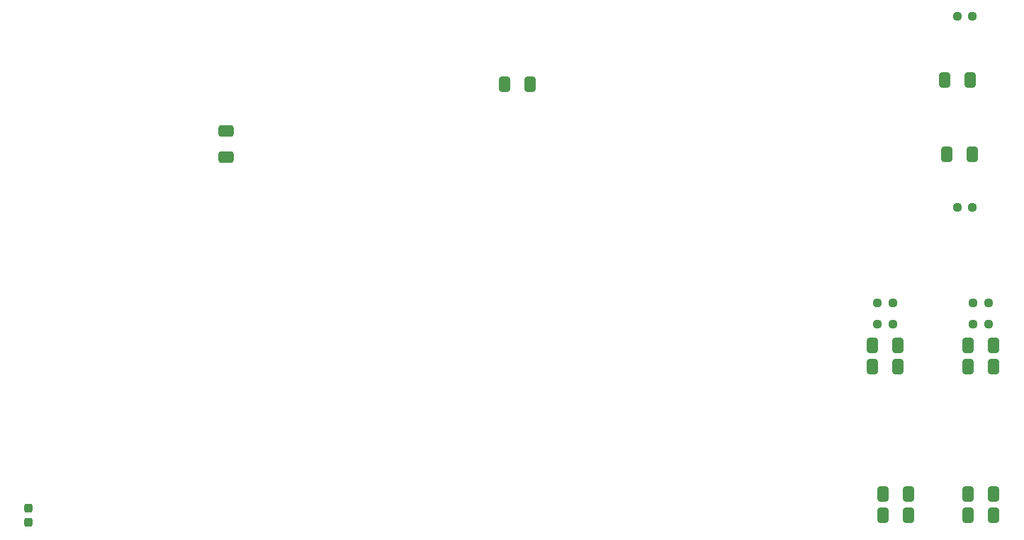
<source format=gbp>
%TF.GenerationSoftware,KiCad,Pcbnew,7.0.7*%
%TF.CreationDate,2023-10-09T15:43:46-04:00*%
%TF.ProjectId,dmxaudio,646d7861-7564-4696-9f2e-6b696361645f,rev?*%
%TF.SameCoordinates,Original*%
%TF.FileFunction,Paste,Bot*%
%TF.FilePolarity,Positive*%
%FSLAX46Y46*%
G04 Gerber Fmt 4.6, Leading zero omitted, Abs format (unit mm)*
G04 Created by KiCad (PCBNEW 7.0.7) date 2023-10-09 15:43:46*
%MOMM*%
%LPD*%
G01*
G04 APERTURE LIST*
G04 Aperture macros list*
%AMRoundRect*
0 Rectangle with rounded corners*
0 $1 Rounding radius*
0 $2 $3 $4 $5 $6 $7 $8 $9 X,Y pos of 4 corners*
0 Add a 4 corners polygon primitive as box body*
4,1,4,$2,$3,$4,$5,$6,$7,$8,$9,$2,$3,0*
0 Add four circle primitives for the rounded corners*
1,1,$1+$1,$2,$3*
1,1,$1+$1,$4,$5*
1,1,$1+$1,$6,$7*
1,1,$1+$1,$8,$9*
0 Add four rect primitives between the rounded corners*
20,1,$1+$1,$2,$3,$4,$5,0*
20,1,$1+$1,$4,$5,$6,$7,0*
20,1,$1+$1,$6,$7,$8,$9,0*
20,1,$1+$1,$8,$9,$2,$3,0*%
G04 Aperture macros list end*
%ADD10RoundRect,0.250000X-0.412500X-0.650000X0.412500X-0.650000X0.412500X0.650000X-0.412500X0.650000X0*%
%ADD11RoundRect,0.237500X0.250000X0.237500X-0.250000X0.237500X-0.250000X-0.237500X0.250000X-0.237500X0*%
%ADD12RoundRect,0.237500X-0.250000X-0.237500X0.250000X-0.237500X0.250000X0.237500X-0.250000X0.237500X0*%
%ADD13RoundRect,0.237500X0.237500X-0.300000X0.237500X0.300000X-0.237500X0.300000X-0.237500X-0.300000X0*%
%ADD14RoundRect,0.250000X0.412500X0.650000X-0.412500X0.650000X-0.412500X-0.650000X0.412500X-0.650000X0*%
%ADD15RoundRect,0.250000X0.650000X-0.412500X0.650000X0.412500X-0.650000X0.412500X-0.650000X-0.412500X0*%
G04 APERTURE END LIST*
D10*
%TO.C,C6*%
X200367500Y-130810000D03*
X203492500Y-130810000D03*
%TD*%
%TO.C,C14*%
X144995500Y-79248000D03*
X148120500Y-79248000D03*
%TD*%
%TO.C,C3*%
X190207500Y-130810000D03*
X193332500Y-130810000D03*
%TD*%
D11*
%TO.C,R3*%
X191412500Y-107950000D03*
X189587500Y-107950000D03*
%TD*%
D12*
%TO.C,R8*%
X199112500Y-71120000D03*
X200937500Y-71120000D03*
%TD*%
%TO.C,R4*%
X201017500Y-105410000D03*
X202842500Y-105410000D03*
%TD*%
D10*
%TO.C,C8*%
X188937500Y-110490000D03*
X192062500Y-110490000D03*
%TD*%
D11*
%TO.C,R9*%
X200937500Y-93980000D03*
X199112500Y-93980000D03*
%TD*%
D13*
%TO.C,C2*%
X88137000Y-131672500D03*
X88137000Y-129947500D03*
%TD*%
D14*
%TO.C,C13*%
X200952500Y-87630000D03*
X197827500Y-87630000D03*
%TD*%
D10*
%TO.C,C5*%
X200367500Y-128270000D03*
X203492500Y-128270000D03*
%TD*%
%TO.C,C7*%
X188937500Y-113030000D03*
X192062500Y-113030000D03*
%TD*%
%TO.C,C4*%
X190207500Y-128270000D03*
X193332500Y-128270000D03*
%TD*%
%TO.C,C10*%
X200367500Y-110490000D03*
X203492500Y-110490000D03*
%TD*%
D11*
%TO.C,R5*%
X202842500Y-107950000D03*
X201017500Y-107950000D03*
%TD*%
D12*
%TO.C,R2*%
X189587500Y-105410000D03*
X191412500Y-105410000D03*
%TD*%
D14*
%TO.C,C12*%
X200698500Y-78740000D03*
X197573500Y-78740000D03*
%TD*%
D10*
%TO.C,C9*%
X200367500Y-113030000D03*
X203492500Y-113030000D03*
%TD*%
D15*
%TO.C,C15*%
X111760000Y-87922500D03*
X111760000Y-84797500D03*
%TD*%
M02*

</source>
